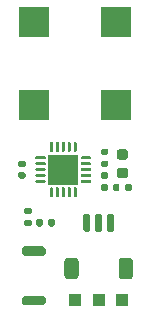
<source format=gbr>
%TF.GenerationSoftware,KiCad,Pcbnew,5.1.10*%
%TF.CreationDate,2021-06-29T06:22:03+03:00*%
%TF.ProjectId,tinyWASP,74696e79-5741-4535-902e-6b696361645f,rev?*%
%TF.SameCoordinates,Original*%
%TF.FileFunction,Soldermask,Top*%
%TF.FilePolarity,Negative*%
%FSLAX46Y46*%
G04 Gerber Fmt 4.6, Leading zero omitted, Abs format (unit mm)*
G04 Created by KiCad (PCBNEW 5.1.10) date 2021-06-29 06:22:03*
%MOMM*%
%LPD*%
G01*
G04 APERTURE LIST*
%ADD10R,2.500000X2.500000*%
%ADD11R,1.000000X1.000000*%
%ADD12R,2.600000X2.600000*%
G04 APERTURE END LIST*
D10*
%TO.C,BZ1*%
X157000000Y-90500000D03*
X164000000Y-90500000D03*
X164000000Y-97500000D03*
X157000000Y-97500000D03*
%TD*%
%TO.C,C1*%
G36*
G01*
X155830000Y-103200000D02*
X156170000Y-103200000D01*
G75*
G02*
X156310000Y-103340000I0J-140000D01*
G01*
X156310000Y-103620000D01*
G75*
G02*
X156170000Y-103760000I-140000J0D01*
G01*
X155830000Y-103760000D01*
G75*
G02*
X155690000Y-103620000I0J140000D01*
G01*
X155690000Y-103340000D01*
G75*
G02*
X155830000Y-103200000I140000J0D01*
G01*
G37*
G36*
G01*
X155830000Y-102240000D02*
X156170000Y-102240000D01*
G75*
G02*
X156310000Y-102380000I0J-140000D01*
G01*
X156310000Y-102660000D01*
G75*
G02*
X156170000Y-102800000I-140000J0D01*
G01*
X155830000Y-102800000D01*
G75*
G02*
X155690000Y-102660000I0J140000D01*
G01*
X155690000Y-102380000D01*
G75*
G02*
X155830000Y-102240000I140000J0D01*
G01*
G37*
%TD*%
%TO.C,D2*%
G36*
G01*
X164756250Y-103725000D02*
X164243750Y-103725000D01*
G75*
G02*
X164025000Y-103506250I0J218750D01*
G01*
X164025000Y-103068750D01*
G75*
G02*
X164243750Y-102850000I218750J0D01*
G01*
X164756250Y-102850000D01*
G75*
G02*
X164975000Y-103068750I0J-218750D01*
G01*
X164975000Y-103506250D01*
G75*
G02*
X164756250Y-103725000I-218750J0D01*
G01*
G37*
G36*
G01*
X164756250Y-102150000D02*
X164243750Y-102150000D01*
G75*
G02*
X164025000Y-101931250I0J218750D01*
G01*
X164025000Y-101493750D01*
G75*
G02*
X164243750Y-101275000I218750J0D01*
G01*
X164756250Y-101275000D01*
G75*
G02*
X164975000Y-101493750I0J-218750D01*
G01*
X164975000Y-101931250D01*
G75*
G02*
X164756250Y-102150000I-218750J0D01*
G01*
G37*
%TD*%
D11*
%TO.C,J2*%
X162500000Y-114000000D03*
%TD*%
%TO.C,J3*%
X160500000Y-114000000D03*
%TD*%
%TO.C,J4*%
X164500000Y-114000000D03*
%TD*%
%TO.C,J5*%
G36*
G01*
X161200000Y-108125000D02*
X161200000Y-106875000D01*
G75*
G02*
X161350000Y-106725000I150000J0D01*
G01*
X161650000Y-106725000D01*
G75*
G02*
X161800000Y-106875000I0J-150000D01*
G01*
X161800000Y-108125000D01*
G75*
G02*
X161650000Y-108275000I-150000J0D01*
G01*
X161350000Y-108275000D01*
G75*
G02*
X161200000Y-108125000I0J150000D01*
G01*
G37*
G36*
G01*
X162200000Y-108125000D02*
X162200000Y-106875000D01*
G75*
G02*
X162350000Y-106725000I150000J0D01*
G01*
X162650000Y-106725000D01*
G75*
G02*
X162800000Y-106875000I0J-150000D01*
G01*
X162800000Y-108125000D01*
G75*
G02*
X162650000Y-108275000I-150000J0D01*
G01*
X162350000Y-108275000D01*
G75*
G02*
X162200000Y-108125000I0J150000D01*
G01*
G37*
G36*
G01*
X163200000Y-108125000D02*
X163200000Y-106875000D01*
G75*
G02*
X163350000Y-106725000I150000J0D01*
G01*
X163650000Y-106725000D01*
G75*
G02*
X163800000Y-106875000I0J-150000D01*
G01*
X163800000Y-108125000D01*
G75*
G02*
X163650000Y-108275000I-150000J0D01*
G01*
X163350000Y-108275000D01*
G75*
G02*
X163200000Y-108125000I0J150000D01*
G01*
G37*
G36*
G01*
X159600000Y-112025001D02*
X159600000Y-110724999D01*
G75*
G02*
X159849999Y-110475000I249999J0D01*
G01*
X160550001Y-110475000D01*
G75*
G02*
X160800000Y-110724999I0J-249999D01*
G01*
X160800000Y-112025001D01*
G75*
G02*
X160550001Y-112275000I-249999J0D01*
G01*
X159849999Y-112275000D01*
G75*
G02*
X159600000Y-112025001I0J249999D01*
G01*
G37*
G36*
G01*
X164200000Y-112025001D02*
X164200000Y-110724999D01*
G75*
G02*
X164449999Y-110475000I249999J0D01*
G01*
X165150001Y-110475000D01*
G75*
G02*
X165400000Y-110724999I0J-249999D01*
G01*
X165400000Y-112025001D01*
G75*
G02*
X165150001Y-112275000I-249999J0D01*
G01*
X164449999Y-112275000D01*
G75*
G02*
X164200000Y-112025001I0J249999D01*
G01*
G37*
%TD*%
%TO.C,R3*%
G36*
G01*
X162815000Y-103220000D02*
X163185000Y-103220000D01*
G75*
G02*
X163320000Y-103355000I0J-135000D01*
G01*
X163320000Y-103625000D01*
G75*
G02*
X163185000Y-103760000I-135000J0D01*
G01*
X162815000Y-103760000D01*
G75*
G02*
X162680000Y-103625000I0J135000D01*
G01*
X162680000Y-103355000D01*
G75*
G02*
X162815000Y-103220000I135000J0D01*
G01*
G37*
G36*
G01*
X162815000Y-104240000D02*
X163185000Y-104240000D01*
G75*
G02*
X163320000Y-104375000I0J-135000D01*
G01*
X163320000Y-104645000D01*
G75*
G02*
X163185000Y-104780000I-135000J0D01*
G01*
X162815000Y-104780000D01*
G75*
G02*
X162680000Y-104645000I0J135000D01*
G01*
X162680000Y-104375000D01*
G75*
G02*
X162815000Y-104240000I135000J0D01*
G01*
G37*
%TD*%
%TO.C,R4*%
G36*
G01*
X162815000Y-102240000D02*
X163185000Y-102240000D01*
G75*
G02*
X163320000Y-102375000I0J-135000D01*
G01*
X163320000Y-102645000D01*
G75*
G02*
X163185000Y-102780000I-135000J0D01*
G01*
X162815000Y-102780000D01*
G75*
G02*
X162680000Y-102645000I0J135000D01*
G01*
X162680000Y-102375000D01*
G75*
G02*
X162815000Y-102240000I135000J0D01*
G01*
G37*
G36*
G01*
X162815000Y-101220000D02*
X163185000Y-101220000D01*
G75*
G02*
X163320000Y-101355000I0J-135000D01*
G01*
X163320000Y-101625000D01*
G75*
G02*
X163185000Y-101760000I-135000J0D01*
G01*
X162815000Y-101760000D01*
G75*
G02*
X162680000Y-101625000I0J135000D01*
G01*
X162680000Y-101355000D01*
G75*
G02*
X162815000Y-101220000I135000J0D01*
G01*
G37*
%TD*%
%TO.C,R5*%
G36*
G01*
X157220000Y-107685000D02*
X157220000Y-107315000D01*
G75*
G02*
X157355000Y-107180000I135000J0D01*
G01*
X157625000Y-107180000D01*
G75*
G02*
X157760000Y-107315000I0J-135000D01*
G01*
X157760000Y-107685000D01*
G75*
G02*
X157625000Y-107820000I-135000J0D01*
G01*
X157355000Y-107820000D01*
G75*
G02*
X157220000Y-107685000I0J135000D01*
G01*
G37*
G36*
G01*
X158240000Y-107685000D02*
X158240000Y-107315000D01*
G75*
G02*
X158375000Y-107180000I135000J0D01*
G01*
X158645000Y-107180000D01*
G75*
G02*
X158780000Y-107315000I0J-135000D01*
G01*
X158780000Y-107685000D01*
G75*
G02*
X158645000Y-107820000I-135000J0D01*
G01*
X158375000Y-107820000D01*
G75*
G02*
X158240000Y-107685000I0J135000D01*
G01*
G37*
%TD*%
%TO.C,R6*%
G36*
G01*
X156315000Y-106220000D02*
X156685000Y-106220000D01*
G75*
G02*
X156820000Y-106355000I0J-135000D01*
G01*
X156820000Y-106625000D01*
G75*
G02*
X156685000Y-106760000I-135000J0D01*
G01*
X156315000Y-106760000D01*
G75*
G02*
X156180000Y-106625000I0J135000D01*
G01*
X156180000Y-106355000D01*
G75*
G02*
X156315000Y-106220000I135000J0D01*
G01*
G37*
G36*
G01*
X156315000Y-107240000D02*
X156685000Y-107240000D01*
G75*
G02*
X156820000Y-107375000I0J-135000D01*
G01*
X156820000Y-107645000D01*
G75*
G02*
X156685000Y-107780000I-135000J0D01*
G01*
X156315000Y-107780000D01*
G75*
G02*
X156180000Y-107645000I0J135000D01*
G01*
X156180000Y-107375000D01*
G75*
G02*
X156315000Y-107240000I135000J0D01*
G01*
G37*
%TD*%
%TO.C,R7*%
G36*
G01*
X164740000Y-104685000D02*
X164740000Y-104315000D01*
G75*
G02*
X164875000Y-104180000I135000J0D01*
G01*
X165145000Y-104180000D01*
G75*
G02*
X165280000Y-104315000I0J-135000D01*
G01*
X165280000Y-104685000D01*
G75*
G02*
X165145000Y-104820000I-135000J0D01*
G01*
X164875000Y-104820000D01*
G75*
G02*
X164740000Y-104685000I0J135000D01*
G01*
G37*
G36*
G01*
X163720000Y-104685000D02*
X163720000Y-104315000D01*
G75*
G02*
X163855000Y-104180000I135000J0D01*
G01*
X164125000Y-104180000D01*
G75*
G02*
X164260000Y-104315000I0J-135000D01*
G01*
X164260000Y-104685000D01*
G75*
G02*
X164125000Y-104820000I-135000J0D01*
G01*
X163855000Y-104820000D01*
G75*
G02*
X163720000Y-104685000I0J135000D01*
G01*
G37*
%TD*%
%TO.C,SW1*%
G36*
G01*
X156200000Y-113700000D02*
X157800000Y-113700000D01*
G75*
G02*
X158000000Y-113900000I0J-200000D01*
G01*
X158000000Y-114300000D01*
G75*
G02*
X157800000Y-114500000I-200000J0D01*
G01*
X156200000Y-114500000D01*
G75*
G02*
X156000000Y-114300000I0J200000D01*
G01*
X156000000Y-113900000D01*
G75*
G02*
X156200000Y-113700000I200000J0D01*
G01*
G37*
G36*
G01*
X156200000Y-109500000D02*
X157800000Y-109500000D01*
G75*
G02*
X158000000Y-109700000I0J-200000D01*
G01*
X158000000Y-110100000D01*
G75*
G02*
X157800000Y-110300000I-200000J0D01*
G01*
X156200000Y-110300000D01*
G75*
G02*
X156000000Y-110100000I0J200000D01*
G01*
X156000000Y-109700000D01*
G75*
G02*
X156200000Y-109500000I200000J0D01*
G01*
G37*
%TD*%
%TO.C,U1*%
G36*
G01*
X160437500Y-100650000D02*
X160562500Y-100650000D01*
G75*
G02*
X160625000Y-100712500I0J-62500D01*
G01*
X160625000Y-101437500D01*
G75*
G02*
X160562500Y-101500000I-62500J0D01*
G01*
X160437500Y-101500000D01*
G75*
G02*
X160375000Y-101437500I0J62500D01*
G01*
X160375000Y-100712500D01*
G75*
G02*
X160437500Y-100650000I62500J0D01*
G01*
G37*
G36*
G01*
X159937500Y-100650000D02*
X160062500Y-100650000D01*
G75*
G02*
X160125000Y-100712500I0J-62500D01*
G01*
X160125000Y-101437500D01*
G75*
G02*
X160062500Y-101500000I-62500J0D01*
G01*
X159937500Y-101500000D01*
G75*
G02*
X159875000Y-101437500I0J62500D01*
G01*
X159875000Y-100712500D01*
G75*
G02*
X159937500Y-100650000I62500J0D01*
G01*
G37*
G36*
G01*
X159437500Y-100650000D02*
X159562500Y-100650000D01*
G75*
G02*
X159625000Y-100712500I0J-62500D01*
G01*
X159625000Y-101437500D01*
G75*
G02*
X159562500Y-101500000I-62500J0D01*
G01*
X159437500Y-101500000D01*
G75*
G02*
X159375000Y-101437500I0J62500D01*
G01*
X159375000Y-100712500D01*
G75*
G02*
X159437500Y-100650000I62500J0D01*
G01*
G37*
G36*
G01*
X158937500Y-100650000D02*
X159062500Y-100650000D01*
G75*
G02*
X159125000Y-100712500I0J-62500D01*
G01*
X159125000Y-101437500D01*
G75*
G02*
X159062500Y-101500000I-62500J0D01*
G01*
X158937500Y-101500000D01*
G75*
G02*
X158875000Y-101437500I0J62500D01*
G01*
X158875000Y-100712500D01*
G75*
G02*
X158937500Y-100650000I62500J0D01*
G01*
G37*
G36*
G01*
X158437500Y-100650000D02*
X158562500Y-100650000D01*
G75*
G02*
X158625000Y-100712500I0J-62500D01*
G01*
X158625000Y-101437500D01*
G75*
G02*
X158562500Y-101500000I-62500J0D01*
G01*
X158437500Y-101500000D01*
G75*
G02*
X158375000Y-101437500I0J62500D01*
G01*
X158375000Y-100712500D01*
G75*
G02*
X158437500Y-100650000I62500J0D01*
G01*
G37*
G36*
G01*
X157212500Y-101875000D02*
X157937500Y-101875000D01*
G75*
G02*
X158000000Y-101937500I0J-62500D01*
G01*
X158000000Y-102062500D01*
G75*
G02*
X157937500Y-102125000I-62500J0D01*
G01*
X157212500Y-102125000D01*
G75*
G02*
X157150000Y-102062500I0J62500D01*
G01*
X157150000Y-101937500D01*
G75*
G02*
X157212500Y-101875000I62500J0D01*
G01*
G37*
G36*
G01*
X157212500Y-102375000D02*
X157937500Y-102375000D01*
G75*
G02*
X158000000Y-102437500I0J-62500D01*
G01*
X158000000Y-102562500D01*
G75*
G02*
X157937500Y-102625000I-62500J0D01*
G01*
X157212500Y-102625000D01*
G75*
G02*
X157150000Y-102562500I0J62500D01*
G01*
X157150000Y-102437500D01*
G75*
G02*
X157212500Y-102375000I62500J0D01*
G01*
G37*
G36*
G01*
X157212500Y-102875000D02*
X157937500Y-102875000D01*
G75*
G02*
X158000000Y-102937500I0J-62500D01*
G01*
X158000000Y-103062500D01*
G75*
G02*
X157937500Y-103125000I-62500J0D01*
G01*
X157212500Y-103125000D01*
G75*
G02*
X157150000Y-103062500I0J62500D01*
G01*
X157150000Y-102937500D01*
G75*
G02*
X157212500Y-102875000I62500J0D01*
G01*
G37*
G36*
G01*
X157212500Y-103375000D02*
X157937500Y-103375000D01*
G75*
G02*
X158000000Y-103437500I0J-62500D01*
G01*
X158000000Y-103562500D01*
G75*
G02*
X157937500Y-103625000I-62500J0D01*
G01*
X157212500Y-103625000D01*
G75*
G02*
X157150000Y-103562500I0J62500D01*
G01*
X157150000Y-103437500D01*
G75*
G02*
X157212500Y-103375000I62500J0D01*
G01*
G37*
G36*
G01*
X157212500Y-103875000D02*
X157937500Y-103875000D01*
G75*
G02*
X158000000Y-103937500I0J-62500D01*
G01*
X158000000Y-104062500D01*
G75*
G02*
X157937500Y-104125000I-62500J0D01*
G01*
X157212500Y-104125000D01*
G75*
G02*
X157150000Y-104062500I0J62500D01*
G01*
X157150000Y-103937500D01*
G75*
G02*
X157212500Y-103875000I62500J0D01*
G01*
G37*
G36*
G01*
X158437500Y-104500000D02*
X158562500Y-104500000D01*
G75*
G02*
X158625000Y-104562500I0J-62500D01*
G01*
X158625000Y-105287500D01*
G75*
G02*
X158562500Y-105350000I-62500J0D01*
G01*
X158437500Y-105350000D01*
G75*
G02*
X158375000Y-105287500I0J62500D01*
G01*
X158375000Y-104562500D01*
G75*
G02*
X158437500Y-104500000I62500J0D01*
G01*
G37*
G36*
G01*
X158937500Y-104500000D02*
X159062500Y-104500000D01*
G75*
G02*
X159125000Y-104562500I0J-62500D01*
G01*
X159125000Y-105287500D01*
G75*
G02*
X159062500Y-105350000I-62500J0D01*
G01*
X158937500Y-105350000D01*
G75*
G02*
X158875000Y-105287500I0J62500D01*
G01*
X158875000Y-104562500D01*
G75*
G02*
X158937500Y-104500000I62500J0D01*
G01*
G37*
G36*
G01*
X159437500Y-104500000D02*
X159562500Y-104500000D01*
G75*
G02*
X159625000Y-104562500I0J-62500D01*
G01*
X159625000Y-105287500D01*
G75*
G02*
X159562500Y-105350000I-62500J0D01*
G01*
X159437500Y-105350000D01*
G75*
G02*
X159375000Y-105287500I0J62500D01*
G01*
X159375000Y-104562500D01*
G75*
G02*
X159437500Y-104500000I62500J0D01*
G01*
G37*
G36*
G01*
X159937500Y-104500000D02*
X160062500Y-104500000D01*
G75*
G02*
X160125000Y-104562500I0J-62500D01*
G01*
X160125000Y-105287500D01*
G75*
G02*
X160062500Y-105350000I-62500J0D01*
G01*
X159937500Y-105350000D01*
G75*
G02*
X159875000Y-105287500I0J62500D01*
G01*
X159875000Y-104562500D01*
G75*
G02*
X159937500Y-104500000I62500J0D01*
G01*
G37*
G36*
G01*
X160437500Y-104500000D02*
X160562500Y-104500000D01*
G75*
G02*
X160625000Y-104562500I0J-62500D01*
G01*
X160625000Y-105287500D01*
G75*
G02*
X160562500Y-105350000I-62500J0D01*
G01*
X160437500Y-105350000D01*
G75*
G02*
X160375000Y-105287500I0J62500D01*
G01*
X160375000Y-104562500D01*
G75*
G02*
X160437500Y-104500000I62500J0D01*
G01*
G37*
G36*
G01*
X161062500Y-103875000D02*
X161787500Y-103875000D01*
G75*
G02*
X161850000Y-103937500I0J-62500D01*
G01*
X161850000Y-104062500D01*
G75*
G02*
X161787500Y-104125000I-62500J0D01*
G01*
X161062500Y-104125000D01*
G75*
G02*
X161000000Y-104062500I0J62500D01*
G01*
X161000000Y-103937500D01*
G75*
G02*
X161062500Y-103875000I62500J0D01*
G01*
G37*
G36*
G01*
X161062500Y-103375000D02*
X161787500Y-103375000D01*
G75*
G02*
X161850000Y-103437500I0J-62500D01*
G01*
X161850000Y-103562500D01*
G75*
G02*
X161787500Y-103625000I-62500J0D01*
G01*
X161062500Y-103625000D01*
G75*
G02*
X161000000Y-103562500I0J62500D01*
G01*
X161000000Y-103437500D01*
G75*
G02*
X161062500Y-103375000I62500J0D01*
G01*
G37*
G36*
G01*
X161062500Y-102875000D02*
X161787500Y-102875000D01*
G75*
G02*
X161850000Y-102937500I0J-62500D01*
G01*
X161850000Y-103062500D01*
G75*
G02*
X161787500Y-103125000I-62500J0D01*
G01*
X161062500Y-103125000D01*
G75*
G02*
X161000000Y-103062500I0J62500D01*
G01*
X161000000Y-102937500D01*
G75*
G02*
X161062500Y-102875000I62500J0D01*
G01*
G37*
G36*
G01*
X161062500Y-102375000D02*
X161787500Y-102375000D01*
G75*
G02*
X161850000Y-102437500I0J-62500D01*
G01*
X161850000Y-102562500D01*
G75*
G02*
X161787500Y-102625000I-62500J0D01*
G01*
X161062500Y-102625000D01*
G75*
G02*
X161000000Y-102562500I0J62500D01*
G01*
X161000000Y-102437500D01*
G75*
G02*
X161062500Y-102375000I62500J0D01*
G01*
G37*
G36*
G01*
X161062500Y-101875000D02*
X161787500Y-101875000D01*
G75*
G02*
X161850000Y-101937500I0J-62500D01*
G01*
X161850000Y-102062500D01*
G75*
G02*
X161787500Y-102125000I-62500J0D01*
G01*
X161062500Y-102125000D01*
G75*
G02*
X161000000Y-102062500I0J62500D01*
G01*
X161000000Y-101937500D01*
G75*
G02*
X161062500Y-101875000I62500J0D01*
G01*
G37*
D12*
X159500000Y-103000000D03*
%TD*%
M02*

</source>
